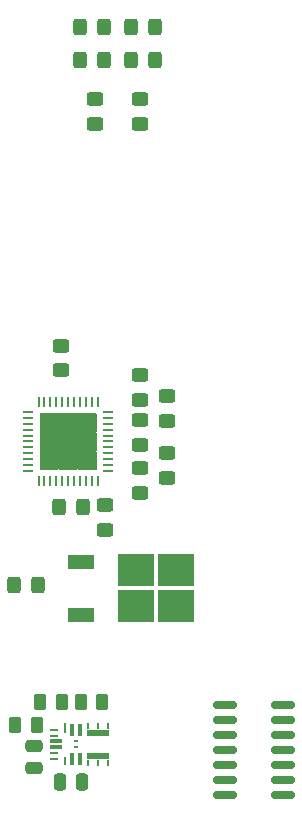
<source format=gbr>
G04 #@! TF.GenerationSoftware,KiCad,Pcbnew,(6.0.7)*
G04 #@! TF.CreationDate,2023-06-14T22:42:32-05:00*
G04 #@! TF.ProjectId,ControlBoardT4_DFminiSound_PowerAmp,436f6e74-726f-46c4-926f-61726454345f,rev?*
G04 #@! TF.SameCoordinates,Original*
G04 #@! TF.FileFunction,Paste,Bot*
G04 #@! TF.FilePolarity,Positive*
%FSLAX46Y46*%
G04 Gerber Fmt 4.6, Leading zero omitted, Abs format (unit mm)*
G04 Created by KiCad (PCBNEW (6.0.7)) date 2023-06-14 22:42:32*
%MOMM*%
%LPD*%
G01*
G04 APERTURE LIST*
G04 Aperture macros list*
%AMRoundRect*
0 Rectangle with rounded corners*
0 $1 Rounding radius*
0 $2 $3 $4 $5 $6 $7 $8 $9 X,Y pos of 4 corners*
0 Add a 4 corners polygon primitive as box body*
4,1,4,$2,$3,$4,$5,$6,$7,$8,$9,$2,$3,0*
0 Add four circle primitives for the rounded corners*
1,1,$1+$1,$2,$3*
1,1,$1+$1,$4,$5*
1,1,$1+$1,$6,$7*
1,1,$1+$1,$8,$9*
0 Add four rect primitives between the rounded corners*
20,1,$1+$1,$2,$3,$4,$5,0*
20,1,$1+$1,$4,$5,$6,$7,0*
20,1,$1+$1,$6,$7,$8,$9,0*
20,1,$1+$1,$8,$9,$2,$3,0*%
G04 Aperture macros list end*
%ADD10C,0.152400*%
%ADD11RoundRect,0.250000X-0.450000X0.325000X-0.450000X-0.325000X0.450000X-0.325000X0.450000X0.325000X0*%
%ADD12R,0.254000X0.965200*%
%ADD13R,0.965200X0.254000*%
%ADD14R,4.851400X4.851400*%
%ADD15RoundRect,0.250000X0.450000X-0.325000X0.450000X0.325000X-0.450000X0.325000X-0.450000X-0.325000X0*%
%ADD16R,3.050000X2.750000*%
%ADD17R,2.200000X1.200000*%
%ADD18RoundRect,0.250000X0.325000X0.450000X-0.325000X0.450000X-0.325000X-0.450000X0.325000X-0.450000X0*%
%ADD19RoundRect,0.250000X-0.325000X-0.450000X0.325000X-0.450000X0.325000X0.450000X-0.325000X0.450000X0*%
%ADD20RoundRect,0.250000X-0.262500X-0.450000X0.262500X-0.450000X0.262500X0.450000X-0.262500X0.450000X0*%
%ADD21RoundRect,0.250000X0.262500X0.450000X-0.262500X0.450000X-0.262500X-0.450000X0.262500X-0.450000X0*%
%ADD22R,0.254000X0.812800*%
%ADD23R,0.304800X1.092200*%
%ADD24R,0.254000X0.508000*%
%ADD25R,1.954000X0.584000*%
%ADD26R,0.254000X0.711200*%
%ADD27R,0.711200X0.254000*%
%ADD28R,1.092200X0.304800*%
%ADD29R,0.406400X0.254000*%
%ADD30RoundRect,0.250000X0.250000X0.475000X-0.250000X0.475000X-0.250000X-0.475000X0.250000X-0.475000X0*%
%ADD31RoundRect,0.250000X-0.475000X0.250000X-0.475000X-0.250000X0.475000X-0.250000X0.475000X0.250000X0*%
%ADD32RoundRect,0.150000X-0.825000X-0.150000X0.825000X-0.150000X0.825000X0.150000X-0.825000X0.150000X0*%
G04 APERTURE END LIST*
D10*
X126946567Y-116786567D02*
X125529433Y-116786567D01*
X126946567Y-118403700D02*
X125529433Y-118403700D01*
X125329434Y-115169434D02*
X123912300Y-115169434D01*
X125529433Y-115169434D02*
X125529433Y-113752300D01*
X125329434Y-118403700D02*
X123912300Y-118403700D01*
X123912300Y-118403700D02*
X123912300Y-116986566D01*
X125329434Y-115369433D02*
X125329434Y-116786567D01*
X125329434Y-116986566D02*
X125329434Y-118403700D01*
X127146566Y-116786567D02*
X127146566Y-115369433D01*
X126946567Y-115369433D02*
X126946567Y-116786567D01*
X125529433Y-116986566D02*
X126946567Y-116986566D01*
X126946567Y-113752300D02*
X126946567Y-115169434D01*
X128563700Y-115369433D02*
X128563700Y-116786567D01*
X128563700Y-115169434D02*
X127146566Y-115169434D01*
X125329434Y-116786567D02*
X123912300Y-116786567D01*
X125529433Y-116786567D02*
X125529433Y-115369433D01*
X125329434Y-113752300D02*
X125329434Y-115169434D01*
X125529433Y-113752300D02*
X126946567Y-113752300D01*
X123912300Y-115369433D02*
X125329434Y-115369433D01*
X125529433Y-118403700D02*
X125529433Y-116986566D01*
X123912300Y-115169434D02*
X123912300Y-113752300D01*
X127146566Y-115169434D02*
X127146566Y-113752300D01*
X128563700Y-118403700D02*
X127146566Y-118403700D01*
X126946567Y-116986566D02*
X126946567Y-118403700D01*
X128563700Y-116986566D02*
X128563700Y-118403700D01*
X125529433Y-115369433D02*
X126946567Y-115369433D01*
X123912300Y-116786567D02*
X123912300Y-115369433D01*
X127146566Y-118403700D02*
X127146566Y-116986566D01*
X127146566Y-113752300D02*
X128563700Y-113752300D01*
X126946567Y-115169434D02*
X125529433Y-115169434D01*
X123912300Y-113752300D02*
X125329434Y-113752300D01*
X128563700Y-116786567D02*
X127146566Y-116786567D01*
X128563700Y-113752300D02*
X128563700Y-115169434D01*
X127146566Y-116986566D02*
X128563700Y-116986566D01*
X127146566Y-115369433D02*
X128563700Y-115369433D01*
X123912300Y-116986566D02*
X125329434Y-116986566D01*
D11*
X129400000Y-121485000D03*
X129400000Y-123535000D03*
D12*
X123738000Y-112699800D03*
X124237999Y-112699800D03*
X124738000Y-112699800D03*
X125237999Y-112699800D03*
X125738001Y-112699800D03*
X126238000Y-112699800D03*
X126737999Y-112699800D03*
X127238001Y-112699800D03*
X127738000Y-112699800D03*
X128238001Y-112699800D03*
X128738000Y-112699800D03*
D13*
X129616200Y-113578000D03*
X129616200Y-114077999D03*
X129616200Y-114578000D03*
X129616200Y-115077999D03*
X129616200Y-115578001D03*
X129616200Y-116078000D03*
X129616200Y-116577999D03*
X129616200Y-117078001D03*
X129616200Y-117578000D03*
X129616200Y-118078001D03*
X129616200Y-118578000D03*
D12*
X128738000Y-119456200D03*
X128238001Y-119456200D03*
X127738000Y-119456200D03*
X127238001Y-119456200D03*
X126737999Y-119456200D03*
X126238000Y-119456200D03*
X125738001Y-119456200D03*
X125237999Y-119456200D03*
X124738000Y-119456200D03*
X124237999Y-119456200D03*
X123738000Y-119456200D03*
D13*
X122859800Y-118578000D03*
X122859800Y-118078001D03*
X122859800Y-117578000D03*
X122859800Y-117078001D03*
X122859800Y-116577999D03*
X122859800Y-116078000D03*
X122859800Y-115578001D03*
X122859800Y-115077999D03*
X122859800Y-114578000D03*
X122859800Y-114077999D03*
X122859800Y-113578000D03*
D14*
X126238000Y-116078000D03*
D15*
X132334000Y-112531000D03*
X132334000Y-110481000D03*
D16*
X131997000Y-126999000D03*
X131997000Y-130049000D03*
X135347000Y-126999000D03*
X135347000Y-130049000D03*
D17*
X127372000Y-130804000D03*
X127372000Y-126244000D03*
D11*
X132334000Y-114291000D03*
X132334000Y-116341000D03*
D18*
X133613000Y-83820000D03*
X131563000Y-83820000D03*
X127526000Y-121666000D03*
X125476000Y-121666000D03*
D15*
X128524000Y-89163000D03*
X128524000Y-87113000D03*
D11*
X132334000Y-118355000D03*
X132334000Y-120405000D03*
D15*
X132334000Y-89163000D03*
X132334000Y-87113000D03*
D18*
X123707000Y-128270000D03*
X121657000Y-128270000D03*
X129286000Y-81026000D03*
X127236000Y-81026000D03*
D15*
X134620000Y-114309000D03*
X134620000Y-112259000D03*
D11*
X134620000Y-117085000D03*
X134620000Y-119135000D03*
D19*
X127245000Y-83820000D03*
X129295000Y-83820000D03*
D11*
X125600000Y-107975000D03*
X125600000Y-110025000D03*
D18*
X133613000Y-81026000D03*
X131563000Y-81026000D03*
D20*
X123873500Y-138102000D03*
X125698500Y-138102000D03*
D21*
X123580500Y-140058000D03*
X121755500Y-140058000D03*
D22*
X125958000Y-140338000D03*
D23*
X126607999Y-140478000D03*
X127258000Y-140478000D03*
D24*
X127908000Y-140186000D03*
X128758001Y-140186000D03*
X129608000Y-140186000D03*
D25*
X128758000Y-140732000D03*
D24*
X129608000Y-143278000D03*
X128758001Y-143278000D03*
X127908000Y-143278000D03*
D25*
X128758000Y-142732000D03*
D23*
X127258000Y-142986000D03*
X126607999Y-142986000D03*
D26*
X125958000Y-143176000D03*
D27*
X125064000Y-142982000D03*
X125064000Y-142482001D03*
D28*
X125254000Y-141982000D03*
X125254000Y-141482000D03*
D27*
X125064000Y-140981999D03*
X125064000Y-140482000D03*
D29*
X126933000Y-141482000D03*
X126933000Y-141982000D03*
D20*
X127315500Y-138102000D03*
X129140500Y-138102000D03*
D30*
X127438000Y-144872000D03*
X125538000Y-144872000D03*
D31*
X123368000Y-141836000D03*
X123368000Y-143736000D03*
D32*
X139495000Y-146010000D03*
X139495000Y-144740000D03*
X139495000Y-143470000D03*
X139495000Y-142200000D03*
X139495000Y-140930000D03*
X139495000Y-139660000D03*
X139495000Y-138390000D03*
X144445000Y-138390000D03*
X144445000Y-139660000D03*
X144445000Y-140930000D03*
X144445000Y-142200000D03*
X144445000Y-143470000D03*
X144445000Y-144740000D03*
X144445000Y-146010000D03*
M02*

</source>
